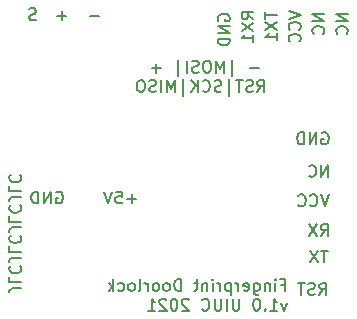
<source format=gbo>
%TF.GenerationSoftware,KiCad,Pcbnew,(5.1.12)-1*%
%TF.CreationDate,2021-12-20T15:12:04-08:00*%
%TF.ProjectId,controlBoard,636f6e74-726f-46c4-926f-6172642e6b69,rev?*%
%TF.SameCoordinates,Original*%
%TF.FileFunction,Legend,Bot*%
%TF.FilePolarity,Positive*%
%FSLAX46Y46*%
G04 Gerber Fmt 4.6, Leading zero omitted, Abs format (unit mm)*
G04 Created by KiCad (PCBNEW (5.1.12)-1) date 2021-12-20 15:12:04*
%MOMM*%
%LPD*%
G01*
G04 APERTURE LIST*
%ADD10C,0.150000*%
%ADD11O,1.300000X1.850000*%
%ADD12O,1.800000X1.800000*%
G04 APERTURE END LIST*
D10*
X142547619Y-97869047D02*
X141833333Y-97869047D01*
X141690476Y-97916666D01*
X141595238Y-98011904D01*
X141547619Y-98154761D01*
X141547619Y-98250000D01*
X141547619Y-96916666D02*
X141547619Y-97392857D01*
X142547619Y-97392857D01*
X141642857Y-96011904D02*
X141595238Y-96059523D01*
X141547619Y-96202380D01*
X141547619Y-96297619D01*
X141595238Y-96440476D01*
X141690476Y-96535714D01*
X141785714Y-96583333D01*
X141976190Y-96630952D01*
X142119047Y-96630952D01*
X142309523Y-96583333D01*
X142404761Y-96535714D01*
X142500000Y-96440476D01*
X142547619Y-96297619D01*
X142547619Y-96202380D01*
X142500000Y-96059523D01*
X142452380Y-96011904D01*
X142547619Y-95297619D02*
X141833333Y-95297619D01*
X141690476Y-95345238D01*
X141595238Y-95440476D01*
X141547619Y-95583333D01*
X141547619Y-95678571D01*
X141547619Y-94345238D02*
X141547619Y-94821428D01*
X142547619Y-94821428D01*
X141642857Y-93440476D02*
X141595238Y-93488095D01*
X141547619Y-93630952D01*
X141547619Y-93726190D01*
X141595238Y-93869047D01*
X141690476Y-93964285D01*
X141785714Y-94011904D01*
X141976190Y-94059523D01*
X142119047Y-94059523D01*
X142309523Y-94011904D01*
X142404761Y-93964285D01*
X142500000Y-93869047D01*
X142547619Y-93726190D01*
X142547619Y-93630952D01*
X142500000Y-93488095D01*
X142452380Y-93440476D01*
X142547619Y-92726190D02*
X141833333Y-92726190D01*
X141690476Y-92773809D01*
X141595238Y-92869047D01*
X141547619Y-93011904D01*
X141547619Y-93107142D01*
X141547619Y-91773809D02*
X141547619Y-92250000D01*
X142547619Y-92250000D01*
X141642857Y-90869047D02*
X141595238Y-90916666D01*
X141547619Y-91059523D01*
X141547619Y-91154761D01*
X141595238Y-91297619D01*
X141690476Y-91392857D01*
X141785714Y-91440476D01*
X141976190Y-91488095D01*
X142119047Y-91488095D01*
X142309523Y-91440476D01*
X142404761Y-91392857D01*
X142500000Y-91297619D01*
X142547619Y-91154761D01*
X142547619Y-91059523D01*
X142500000Y-90916666D01*
X142452380Y-90869047D01*
X142547619Y-90154761D02*
X141833333Y-90154761D01*
X141690476Y-90202380D01*
X141595238Y-90297619D01*
X141547619Y-90440476D01*
X141547619Y-90535714D01*
X141547619Y-89202380D02*
X141547619Y-89678571D01*
X142547619Y-89678571D01*
X141642857Y-88297619D02*
X141595238Y-88345238D01*
X141547619Y-88488095D01*
X141547619Y-88583333D01*
X141595238Y-88726190D01*
X141690476Y-88821428D01*
X141785714Y-88869047D01*
X141976190Y-88916666D01*
X142119047Y-88916666D01*
X142309523Y-88869047D01*
X142404761Y-88821428D01*
X142500000Y-88726190D01*
X142547619Y-88583333D01*
X142547619Y-88488095D01*
X142500000Y-88345238D01*
X142452380Y-88297619D01*
X163202380Y-74511904D02*
X163202380Y-75083333D01*
X164202380Y-74797619D02*
X163202380Y-74797619D01*
X163202380Y-75321428D02*
X164202380Y-75988095D01*
X163202380Y-75988095D02*
X164202380Y-75321428D01*
X164202380Y-76892857D02*
X164202380Y-76321428D01*
X164202380Y-76607142D02*
X163202380Y-76607142D01*
X163345238Y-76511904D01*
X163440476Y-76416666D01*
X163488095Y-76321428D01*
X162202380Y-75107142D02*
X161726190Y-74773809D01*
X162202380Y-74535714D02*
X161202380Y-74535714D01*
X161202380Y-74916666D01*
X161250000Y-75011904D01*
X161297619Y-75059523D01*
X161392857Y-75107142D01*
X161535714Y-75107142D01*
X161630952Y-75059523D01*
X161678571Y-75011904D01*
X161726190Y-74916666D01*
X161726190Y-74535714D01*
X161202380Y-75440476D02*
X162202380Y-76107142D01*
X161202380Y-76107142D02*
X162202380Y-75440476D01*
X162202380Y-77011904D02*
X162202380Y-76440476D01*
X162202380Y-76726190D02*
X161202380Y-76726190D01*
X161345238Y-76630952D01*
X161440476Y-76535714D01*
X161488095Y-76440476D01*
X170202380Y-74714285D02*
X169202380Y-74714285D01*
X170202380Y-75285714D01*
X169202380Y-75285714D01*
X170107142Y-76333333D02*
X170154761Y-76285714D01*
X170202380Y-76142857D01*
X170202380Y-76047619D01*
X170154761Y-75904761D01*
X170059523Y-75809523D01*
X169964285Y-75761904D01*
X169773809Y-75714285D01*
X169630952Y-75714285D01*
X169440476Y-75761904D01*
X169345238Y-75809523D01*
X169250000Y-75904761D01*
X169202380Y-76047619D01*
X169202380Y-76142857D01*
X169250000Y-76285714D01*
X169297619Y-76333333D01*
X168202380Y-74714285D02*
X167202380Y-74714285D01*
X168202380Y-75285714D01*
X167202380Y-75285714D01*
X168107142Y-76333333D02*
X168154761Y-76285714D01*
X168202380Y-76142857D01*
X168202380Y-76047619D01*
X168154761Y-75904761D01*
X168059523Y-75809523D01*
X167964285Y-75761904D01*
X167773809Y-75714285D01*
X167630952Y-75714285D01*
X167440476Y-75761904D01*
X167345238Y-75809523D01*
X167250000Y-75904761D01*
X167202380Y-76047619D01*
X167202380Y-76142857D01*
X167250000Y-76285714D01*
X167297619Y-76333333D01*
X168535714Y-88452380D02*
X168535714Y-87452380D01*
X167964285Y-88452380D01*
X167964285Y-87452380D01*
X166916666Y-88357142D02*
X166964285Y-88404761D01*
X167107142Y-88452380D01*
X167202380Y-88452380D01*
X167345238Y-88404761D01*
X167440476Y-88309523D01*
X167488095Y-88214285D01*
X167535714Y-88023809D01*
X167535714Y-87880952D01*
X167488095Y-87690476D01*
X167440476Y-87595238D01*
X167345238Y-87500000D01*
X167202380Y-87452380D01*
X167107142Y-87452380D01*
X166964285Y-87500000D01*
X166916666Y-87547619D01*
X164581071Y-97603571D02*
X164914404Y-97603571D01*
X164914404Y-98127380D02*
X164914404Y-97127380D01*
X164438214Y-97127380D01*
X164057261Y-98127380D02*
X164057261Y-97460714D01*
X164057261Y-97127380D02*
X164104880Y-97175000D01*
X164057261Y-97222619D01*
X164009642Y-97175000D01*
X164057261Y-97127380D01*
X164057261Y-97222619D01*
X163581071Y-97460714D02*
X163581071Y-98127380D01*
X163581071Y-97555952D02*
X163533452Y-97508333D01*
X163438214Y-97460714D01*
X163295357Y-97460714D01*
X163200119Y-97508333D01*
X163152500Y-97603571D01*
X163152500Y-98127380D01*
X162247738Y-97460714D02*
X162247738Y-98270238D01*
X162295357Y-98365476D01*
X162342976Y-98413095D01*
X162438214Y-98460714D01*
X162581071Y-98460714D01*
X162676309Y-98413095D01*
X162247738Y-98079761D02*
X162342976Y-98127380D01*
X162533452Y-98127380D01*
X162628690Y-98079761D01*
X162676309Y-98032142D01*
X162723928Y-97936904D01*
X162723928Y-97651190D01*
X162676309Y-97555952D01*
X162628690Y-97508333D01*
X162533452Y-97460714D01*
X162342976Y-97460714D01*
X162247738Y-97508333D01*
X161390595Y-98079761D02*
X161485833Y-98127380D01*
X161676309Y-98127380D01*
X161771547Y-98079761D01*
X161819166Y-97984523D01*
X161819166Y-97603571D01*
X161771547Y-97508333D01*
X161676309Y-97460714D01*
X161485833Y-97460714D01*
X161390595Y-97508333D01*
X161342976Y-97603571D01*
X161342976Y-97698809D01*
X161819166Y-97794047D01*
X160914404Y-98127380D02*
X160914404Y-97460714D01*
X160914404Y-97651190D02*
X160866785Y-97555952D01*
X160819166Y-97508333D01*
X160723928Y-97460714D01*
X160628690Y-97460714D01*
X160295357Y-97460714D02*
X160295357Y-98460714D01*
X160295357Y-97508333D02*
X160200119Y-97460714D01*
X160009642Y-97460714D01*
X159914404Y-97508333D01*
X159866785Y-97555952D01*
X159819166Y-97651190D01*
X159819166Y-97936904D01*
X159866785Y-98032142D01*
X159914404Y-98079761D01*
X160009642Y-98127380D01*
X160200119Y-98127380D01*
X160295357Y-98079761D01*
X159390595Y-98127380D02*
X159390595Y-97460714D01*
X159390595Y-97651190D02*
X159342976Y-97555952D01*
X159295357Y-97508333D01*
X159200119Y-97460714D01*
X159104880Y-97460714D01*
X158771547Y-98127380D02*
X158771547Y-97460714D01*
X158771547Y-97127380D02*
X158819166Y-97175000D01*
X158771547Y-97222619D01*
X158723928Y-97175000D01*
X158771547Y-97127380D01*
X158771547Y-97222619D01*
X158295357Y-97460714D02*
X158295357Y-98127380D01*
X158295357Y-97555952D02*
X158247738Y-97508333D01*
X158152500Y-97460714D01*
X158009642Y-97460714D01*
X157914404Y-97508333D01*
X157866785Y-97603571D01*
X157866785Y-98127380D01*
X157533452Y-97460714D02*
X157152500Y-97460714D01*
X157390595Y-97127380D02*
X157390595Y-97984523D01*
X157342976Y-98079761D01*
X157247738Y-98127380D01*
X157152500Y-98127380D01*
X156057261Y-98127380D02*
X156057261Y-97127380D01*
X155819166Y-97127380D01*
X155676309Y-97175000D01*
X155581071Y-97270238D01*
X155533452Y-97365476D01*
X155485833Y-97555952D01*
X155485833Y-97698809D01*
X155533452Y-97889285D01*
X155581071Y-97984523D01*
X155676309Y-98079761D01*
X155819166Y-98127380D01*
X156057261Y-98127380D01*
X154914404Y-98127380D02*
X155009642Y-98079761D01*
X155057261Y-98032142D01*
X155104880Y-97936904D01*
X155104880Y-97651190D01*
X155057261Y-97555952D01*
X155009642Y-97508333D01*
X154914404Y-97460714D01*
X154771547Y-97460714D01*
X154676309Y-97508333D01*
X154628690Y-97555952D01*
X154581071Y-97651190D01*
X154581071Y-97936904D01*
X154628690Y-98032142D01*
X154676309Y-98079761D01*
X154771547Y-98127380D01*
X154914404Y-98127380D01*
X154009642Y-98127380D02*
X154104880Y-98079761D01*
X154152500Y-98032142D01*
X154200119Y-97936904D01*
X154200119Y-97651190D01*
X154152500Y-97555952D01*
X154104880Y-97508333D01*
X154009642Y-97460714D01*
X153866785Y-97460714D01*
X153771547Y-97508333D01*
X153723928Y-97555952D01*
X153676309Y-97651190D01*
X153676309Y-97936904D01*
X153723928Y-98032142D01*
X153771547Y-98079761D01*
X153866785Y-98127380D01*
X154009642Y-98127380D01*
X153247738Y-98127380D02*
X153247738Y-97460714D01*
X153247738Y-97651190D02*
X153200119Y-97555952D01*
X153152500Y-97508333D01*
X153057261Y-97460714D01*
X152962023Y-97460714D01*
X152485833Y-98127380D02*
X152581071Y-98079761D01*
X152628690Y-97984523D01*
X152628690Y-97127380D01*
X151962023Y-98127380D02*
X152057261Y-98079761D01*
X152104880Y-98032142D01*
X152152500Y-97936904D01*
X152152500Y-97651190D01*
X152104880Y-97555952D01*
X152057261Y-97508333D01*
X151962023Y-97460714D01*
X151819166Y-97460714D01*
X151723928Y-97508333D01*
X151676309Y-97555952D01*
X151628690Y-97651190D01*
X151628690Y-97936904D01*
X151676309Y-98032142D01*
X151723928Y-98079761D01*
X151819166Y-98127380D01*
X151962023Y-98127380D01*
X150771547Y-98079761D02*
X150866785Y-98127380D01*
X151057261Y-98127380D01*
X151152500Y-98079761D01*
X151200119Y-98032142D01*
X151247738Y-97936904D01*
X151247738Y-97651190D01*
X151200119Y-97555952D01*
X151152500Y-97508333D01*
X151057261Y-97460714D01*
X150866785Y-97460714D01*
X150771547Y-97508333D01*
X150342976Y-98127380D02*
X150342976Y-97127380D01*
X150247738Y-97746428D02*
X149962023Y-98127380D01*
X149962023Y-97460714D02*
X150342976Y-97841666D01*
X165009642Y-99110714D02*
X164771547Y-99777380D01*
X164533452Y-99110714D01*
X163628690Y-99777380D02*
X164200119Y-99777380D01*
X163914404Y-99777380D02*
X163914404Y-98777380D01*
X164009642Y-98920238D01*
X164104880Y-99015476D01*
X164200119Y-99063095D01*
X163200119Y-99682142D02*
X163152500Y-99729761D01*
X163200119Y-99777380D01*
X163247738Y-99729761D01*
X163200119Y-99682142D01*
X163200119Y-99777380D01*
X162533452Y-98777380D02*
X162438214Y-98777380D01*
X162342976Y-98825000D01*
X162295357Y-98872619D01*
X162247738Y-98967857D01*
X162200119Y-99158333D01*
X162200119Y-99396428D01*
X162247738Y-99586904D01*
X162295357Y-99682142D01*
X162342976Y-99729761D01*
X162438214Y-99777380D01*
X162533452Y-99777380D01*
X162628690Y-99729761D01*
X162676309Y-99682142D01*
X162723928Y-99586904D01*
X162771547Y-99396428D01*
X162771547Y-99158333D01*
X162723928Y-98967857D01*
X162676309Y-98872619D01*
X162628690Y-98825000D01*
X162533452Y-98777380D01*
X161009642Y-98777380D02*
X161009642Y-99586904D01*
X160962023Y-99682142D01*
X160914404Y-99729761D01*
X160819166Y-99777380D01*
X160628690Y-99777380D01*
X160533452Y-99729761D01*
X160485833Y-99682142D01*
X160438214Y-99586904D01*
X160438214Y-98777380D01*
X159962023Y-99777380D02*
X159962023Y-98777380D01*
X159485833Y-98777380D02*
X159485833Y-99586904D01*
X159438214Y-99682142D01*
X159390595Y-99729761D01*
X159295357Y-99777380D01*
X159104880Y-99777380D01*
X159009642Y-99729761D01*
X158962023Y-99682142D01*
X158914404Y-99586904D01*
X158914404Y-98777380D01*
X157866785Y-99682142D02*
X157914404Y-99729761D01*
X158057261Y-99777380D01*
X158152500Y-99777380D01*
X158295357Y-99729761D01*
X158390595Y-99634523D01*
X158438214Y-99539285D01*
X158485833Y-99348809D01*
X158485833Y-99205952D01*
X158438214Y-99015476D01*
X158390595Y-98920238D01*
X158295357Y-98825000D01*
X158152500Y-98777380D01*
X158057261Y-98777380D01*
X157914404Y-98825000D01*
X157866785Y-98872619D01*
X156723928Y-98872619D02*
X156676309Y-98825000D01*
X156581071Y-98777380D01*
X156342976Y-98777380D01*
X156247738Y-98825000D01*
X156200119Y-98872619D01*
X156152500Y-98967857D01*
X156152500Y-99063095D01*
X156200119Y-99205952D01*
X156771547Y-99777380D01*
X156152500Y-99777380D01*
X155533452Y-98777380D02*
X155438214Y-98777380D01*
X155342976Y-98825000D01*
X155295357Y-98872619D01*
X155247738Y-98967857D01*
X155200119Y-99158333D01*
X155200119Y-99396428D01*
X155247738Y-99586904D01*
X155295357Y-99682142D01*
X155342976Y-99729761D01*
X155438214Y-99777380D01*
X155533452Y-99777380D01*
X155628690Y-99729761D01*
X155676309Y-99682142D01*
X155723928Y-99586904D01*
X155771547Y-99396428D01*
X155771547Y-99158333D01*
X155723928Y-98967857D01*
X155676309Y-98872619D01*
X155628690Y-98825000D01*
X155533452Y-98777380D01*
X154819166Y-98872619D02*
X154771547Y-98825000D01*
X154676309Y-98777380D01*
X154438214Y-98777380D01*
X154342976Y-98825000D01*
X154295357Y-98872619D01*
X154247738Y-98967857D01*
X154247738Y-99063095D01*
X154295357Y-99205952D01*
X154866785Y-99777380D01*
X154247738Y-99777380D01*
X153295357Y-99777380D02*
X153866785Y-99777380D01*
X153581071Y-99777380D02*
X153581071Y-98777380D01*
X153676309Y-98920238D01*
X153771547Y-99015476D01*
X153866785Y-99063095D01*
X159250000Y-75238095D02*
X159202380Y-75142857D01*
X159202380Y-75000000D01*
X159250000Y-74857142D01*
X159345238Y-74761904D01*
X159440476Y-74714285D01*
X159630952Y-74666666D01*
X159773809Y-74666666D01*
X159964285Y-74714285D01*
X160059523Y-74761904D01*
X160154761Y-74857142D01*
X160202380Y-75000000D01*
X160202380Y-75095238D01*
X160154761Y-75238095D01*
X160107142Y-75285714D01*
X159773809Y-75285714D01*
X159773809Y-75095238D01*
X160202380Y-75714285D02*
X159202380Y-75714285D01*
X160202380Y-76285714D01*
X159202380Y-76285714D01*
X160202380Y-76761904D02*
X159202380Y-76761904D01*
X159202380Y-77000000D01*
X159250000Y-77142857D01*
X159345238Y-77238095D01*
X159440476Y-77285714D01*
X159630952Y-77333333D01*
X159773809Y-77333333D01*
X159964285Y-77285714D01*
X160059523Y-77238095D01*
X160154761Y-77142857D01*
X160202380Y-77000000D01*
X160202380Y-76761904D01*
X165202380Y-74416666D02*
X166202380Y-74750000D01*
X165202380Y-75083333D01*
X166107142Y-75988095D02*
X166154761Y-75940476D01*
X166202380Y-75797619D01*
X166202380Y-75702380D01*
X166154761Y-75559523D01*
X166059523Y-75464285D01*
X165964285Y-75416666D01*
X165773809Y-75369047D01*
X165630952Y-75369047D01*
X165440476Y-75416666D01*
X165345238Y-75464285D01*
X165250000Y-75559523D01*
X165202380Y-75702380D01*
X165202380Y-75797619D01*
X165250000Y-75940476D01*
X165297619Y-75988095D01*
X166107142Y-76988095D02*
X166154761Y-76940476D01*
X166202380Y-76797619D01*
X166202380Y-76702380D01*
X166154761Y-76559523D01*
X166059523Y-76464285D01*
X165964285Y-76416666D01*
X165773809Y-76369047D01*
X165630952Y-76369047D01*
X165440476Y-76416666D01*
X165345238Y-76464285D01*
X165250000Y-76559523D01*
X165202380Y-76702380D01*
X165202380Y-76797619D01*
X165250000Y-76940476D01*
X165297619Y-76988095D01*
X143785714Y-75154761D02*
X143642857Y-75202380D01*
X143404761Y-75202380D01*
X143309523Y-75154761D01*
X143261904Y-75107142D01*
X143214285Y-75011904D01*
X143214285Y-74916666D01*
X143261904Y-74821428D01*
X143309523Y-74773809D01*
X143404761Y-74726190D01*
X143595238Y-74678571D01*
X143690476Y-74630952D01*
X143738095Y-74583333D01*
X143785714Y-74488095D01*
X143785714Y-74392857D01*
X143738095Y-74297619D01*
X143690476Y-74250000D01*
X143595238Y-74202380D01*
X143357142Y-74202380D01*
X143214285Y-74250000D01*
X146380952Y-74821428D02*
X145619047Y-74821428D01*
X146000000Y-75202380D02*
X146000000Y-74440476D01*
X149130952Y-74821428D02*
X148369047Y-74821428D01*
X145511904Y-89750000D02*
X145607142Y-89702380D01*
X145750000Y-89702380D01*
X145892857Y-89750000D01*
X145988095Y-89845238D01*
X146035714Y-89940476D01*
X146083333Y-90130952D01*
X146083333Y-90273809D01*
X146035714Y-90464285D01*
X145988095Y-90559523D01*
X145892857Y-90654761D01*
X145750000Y-90702380D01*
X145654761Y-90702380D01*
X145511904Y-90654761D01*
X145464285Y-90607142D01*
X145464285Y-90273809D01*
X145654761Y-90273809D01*
X145035714Y-90702380D02*
X145035714Y-89702380D01*
X144464285Y-90702380D01*
X144464285Y-89702380D01*
X143988095Y-90702380D02*
X143988095Y-89702380D01*
X143750000Y-89702380D01*
X143607142Y-89750000D01*
X143511904Y-89845238D01*
X143464285Y-89940476D01*
X143416666Y-90130952D01*
X143416666Y-90273809D01*
X143464285Y-90464285D01*
X143511904Y-90559523D01*
X143607142Y-90654761D01*
X143750000Y-90702380D01*
X143988095Y-90702380D01*
X152285714Y-90321428D02*
X151523809Y-90321428D01*
X151904761Y-90702380D02*
X151904761Y-89940476D01*
X150571428Y-89702380D02*
X151047619Y-89702380D01*
X151095238Y-90178571D01*
X151047619Y-90130952D01*
X150952380Y-90083333D01*
X150714285Y-90083333D01*
X150619047Y-90130952D01*
X150571428Y-90178571D01*
X150523809Y-90273809D01*
X150523809Y-90511904D01*
X150571428Y-90607142D01*
X150619047Y-90654761D01*
X150714285Y-90702380D01*
X150952380Y-90702380D01*
X151047619Y-90654761D01*
X151095238Y-90607142D01*
X150238095Y-89702380D02*
X149904761Y-90702380D01*
X149571428Y-89702380D01*
X168011904Y-84750000D02*
X168107142Y-84702380D01*
X168250000Y-84702380D01*
X168392857Y-84750000D01*
X168488095Y-84845238D01*
X168535714Y-84940476D01*
X168583333Y-85130952D01*
X168583333Y-85273809D01*
X168535714Y-85464285D01*
X168488095Y-85559523D01*
X168392857Y-85654761D01*
X168250000Y-85702380D01*
X168154761Y-85702380D01*
X168011904Y-85654761D01*
X167964285Y-85607142D01*
X167964285Y-85273809D01*
X168154761Y-85273809D01*
X167535714Y-85702380D02*
X167535714Y-84702380D01*
X166964285Y-85702380D01*
X166964285Y-84702380D01*
X166488095Y-85702380D02*
X166488095Y-84702380D01*
X166250000Y-84702380D01*
X166107142Y-84750000D01*
X166011904Y-84845238D01*
X165964285Y-84940476D01*
X165916666Y-85130952D01*
X165916666Y-85273809D01*
X165964285Y-85464285D01*
X166011904Y-85559523D01*
X166107142Y-85654761D01*
X166250000Y-85702380D01*
X166488095Y-85702380D01*
X168583333Y-89952380D02*
X168250000Y-90952380D01*
X167916666Y-89952380D01*
X167011904Y-90857142D02*
X167059523Y-90904761D01*
X167202380Y-90952380D01*
X167297619Y-90952380D01*
X167440476Y-90904761D01*
X167535714Y-90809523D01*
X167583333Y-90714285D01*
X167630952Y-90523809D01*
X167630952Y-90380952D01*
X167583333Y-90190476D01*
X167535714Y-90095238D01*
X167440476Y-90000000D01*
X167297619Y-89952380D01*
X167202380Y-89952380D01*
X167059523Y-90000000D01*
X167011904Y-90047619D01*
X166011904Y-90857142D02*
X166059523Y-90904761D01*
X166202380Y-90952380D01*
X166297619Y-90952380D01*
X166440476Y-90904761D01*
X166535714Y-90809523D01*
X166583333Y-90714285D01*
X166630952Y-90523809D01*
X166630952Y-90380952D01*
X166583333Y-90190476D01*
X166535714Y-90095238D01*
X166440476Y-90000000D01*
X166297619Y-89952380D01*
X166202380Y-89952380D01*
X166059523Y-90000000D01*
X166011904Y-90047619D01*
X167916666Y-93452380D02*
X168250000Y-92976190D01*
X168488095Y-93452380D02*
X168488095Y-92452380D01*
X168107142Y-92452380D01*
X168011904Y-92500000D01*
X167964285Y-92547619D01*
X167916666Y-92642857D01*
X167916666Y-92785714D01*
X167964285Y-92880952D01*
X168011904Y-92928571D01*
X168107142Y-92976190D01*
X168488095Y-92976190D01*
X167583333Y-92452380D02*
X166916666Y-93452380D01*
X166916666Y-92452380D02*
X167583333Y-93452380D01*
X168511904Y-94702380D02*
X167940476Y-94702380D01*
X168226190Y-95702380D02*
X168226190Y-94702380D01*
X167702380Y-94702380D02*
X167035714Y-95702380D01*
X167035714Y-94702380D02*
X167702380Y-95702380D01*
X167797619Y-98452380D02*
X168130952Y-97976190D01*
X168369047Y-98452380D02*
X168369047Y-97452380D01*
X167988095Y-97452380D01*
X167892857Y-97500000D01*
X167845238Y-97547619D01*
X167797619Y-97642857D01*
X167797619Y-97785714D01*
X167845238Y-97880952D01*
X167892857Y-97928571D01*
X167988095Y-97976190D01*
X168369047Y-97976190D01*
X167416666Y-98404761D02*
X167273809Y-98452380D01*
X167035714Y-98452380D01*
X166940476Y-98404761D01*
X166892857Y-98357142D01*
X166845238Y-98261904D01*
X166845238Y-98166666D01*
X166892857Y-98071428D01*
X166940476Y-98023809D01*
X167035714Y-97976190D01*
X167226190Y-97928571D01*
X167321428Y-97880952D01*
X167369047Y-97833333D01*
X167416666Y-97738095D01*
X167416666Y-97642857D01*
X167369047Y-97547619D01*
X167321428Y-97500000D01*
X167226190Y-97452380D01*
X166988095Y-97452380D01*
X166845238Y-97500000D01*
X166559523Y-97452380D02*
X165988095Y-97452380D01*
X166273809Y-98452380D02*
X166273809Y-97452380D01*
X162654761Y-79246428D02*
X161892857Y-79246428D01*
X160416666Y-79960714D02*
X160416666Y-78532142D01*
X159702380Y-79627380D02*
X159702380Y-78627380D01*
X159369047Y-79341666D01*
X159035714Y-78627380D01*
X159035714Y-79627380D01*
X158369047Y-78627380D02*
X158178571Y-78627380D01*
X158083333Y-78675000D01*
X157988095Y-78770238D01*
X157940476Y-78960714D01*
X157940476Y-79294047D01*
X157988095Y-79484523D01*
X158083333Y-79579761D01*
X158178571Y-79627380D01*
X158369047Y-79627380D01*
X158464285Y-79579761D01*
X158559523Y-79484523D01*
X158607142Y-79294047D01*
X158607142Y-78960714D01*
X158559523Y-78770238D01*
X158464285Y-78675000D01*
X158369047Y-78627380D01*
X157559523Y-79579761D02*
X157416666Y-79627380D01*
X157178571Y-79627380D01*
X157083333Y-79579761D01*
X157035714Y-79532142D01*
X156988095Y-79436904D01*
X156988095Y-79341666D01*
X157035714Y-79246428D01*
X157083333Y-79198809D01*
X157178571Y-79151190D01*
X157369047Y-79103571D01*
X157464285Y-79055952D01*
X157511904Y-79008333D01*
X157559523Y-78913095D01*
X157559523Y-78817857D01*
X157511904Y-78722619D01*
X157464285Y-78675000D01*
X157369047Y-78627380D01*
X157130952Y-78627380D01*
X156988095Y-78675000D01*
X156559523Y-79627380D02*
X156559523Y-78627380D01*
X155845238Y-79960714D02*
X155845238Y-78532142D01*
X154369047Y-79246428D02*
X153607142Y-79246428D01*
X153988095Y-79627380D02*
X153988095Y-78865476D01*
X162535714Y-81277380D02*
X162869047Y-80801190D01*
X163107142Y-81277380D02*
X163107142Y-80277380D01*
X162726190Y-80277380D01*
X162630952Y-80325000D01*
X162583333Y-80372619D01*
X162535714Y-80467857D01*
X162535714Y-80610714D01*
X162583333Y-80705952D01*
X162630952Y-80753571D01*
X162726190Y-80801190D01*
X163107142Y-80801190D01*
X162154761Y-81229761D02*
X162011904Y-81277380D01*
X161773809Y-81277380D01*
X161678571Y-81229761D01*
X161630952Y-81182142D01*
X161583333Y-81086904D01*
X161583333Y-80991666D01*
X161630952Y-80896428D01*
X161678571Y-80848809D01*
X161773809Y-80801190D01*
X161964285Y-80753571D01*
X162059523Y-80705952D01*
X162107142Y-80658333D01*
X162154761Y-80563095D01*
X162154761Y-80467857D01*
X162107142Y-80372619D01*
X162059523Y-80325000D01*
X161964285Y-80277380D01*
X161726190Y-80277380D01*
X161583333Y-80325000D01*
X161297619Y-80277380D02*
X160726190Y-80277380D01*
X161011904Y-81277380D02*
X161011904Y-80277380D01*
X160154761Y-81610714D02*
X160154761Y-80182142D01*
X159488095Y-81229761D02*
X159345238Y-81277380D01*
X159107142Y-81277380D01*
X159011904Y-81229761D01*
X158964285Y-81182142D01*
X158916666Y-81086904D01*
X158916666Y-80991666D01*
X158964285Y-80896428D01*
X159011904Y-80848809D01*
X159107142Y-80801190D01*
X159297619Y-80753571D01*
X159392857Y-80705952D01*
X159440476Y-80658333D01*
X159488095Y-80563095D01*
X159488095Y-80467857D01*
X159440476Y-80372619D01*
X159392857Y-80325000D01*
X159297619Y-80277380D01*
X159059523Y-80277380D01*
X158916666Y-80325000D01*
X157916666Y-81182142D02*
X157964285Y-81229761D01*
X158107142Y-81277380D01*
X158202380Y-81277380D01*
X158345238Y-81229761D01*
X158440476Y-81134523D01*
X158488095Y-81039285D01*
X158535714Y-80848809D01*
X158535714Y-80705952D01*
X158488095Y-80515476D01*
X158440476Y-80420238D01*
X158345238Y-80325000D01*
X158202380Y-80277380D01*
X158107142Y-80277380D01*
X157964285Y-80325000D01*
X157916666Y-80372619D01*
X157488095Y-81277380D02*
X157488095Y-80277380D01*
X156916666Y-81277380D02*
X157345238Y-80705952D01*
X156916666Y-80277380D02*
X157488095Y-80848809D01*
X156250000Y-81610714D02*
X156250000Y-80182142D01*
X155535714Y-81277380D02*
X155535714Y-80277380D01*
X155202380Y-80991666D01*
X154869047Y-80277380D01*
X154869047Y-81277380D01*
X154392857Y-81277380D02*
X154392857Y-80277380D01*
X153964285Y-81229761D02*
X153821428Y-81277380D01*
X153583333Y-81277380D01*
X153488095Y-81229761D01*
X153440476Y-81182142D01*
X153392857Y-81086904D01*
X153392857Y-80991666D01*
X153440476Y-80896428D01*
X153488095Y-80848809D01*
X153583333Y-80801190D01*
X153773809Y-80753571D01*
X153869047Y-80705952D01*
X153916666Y-80658333D01*
X153964285Y-80563095D01*
X153964285Y-80467857D01*
X153916666Y-80372619D01*
X153869047Y-80325000D01*
X153773809Y-80277380D01*
X153535714Y-80277380D01*
X153392857Y-80325000D01*
X152773809Y-80277380D02*
X152583333Y-80277380D01*
X152488095Y-80325000D01*
X152392857Y-80420238D01*
X152345238Y-80610714D01*
X152345238Y-80944047D01*
X152392857Y-81134523D01*
X152488095Y-81229761D01*
X152583333Y-81277380D01*
X152773809Y-81277380D01*
X152869047Y-81229761D01*
X152964285Y-81134523D01*
X153011904Y-80944047D01*
X153011904Y-80610714D01*
X152964285Y-80420238D01*
X152869047Y-80325000D01*
X152773809Y-80277380D01*
%LPC*%
D11*
X159750000Y-73250000D03*
X161750000Y-73250000D03*
X163750000Y-73250000D03*
X165750000Y-73250000D03*
X167750000Y-73250000D03*
G36*
G01*
X170400000Y-72595832D02*
X170400000Y-73904168D01*
G75*
G02*
X170129168Y-74175000I-270832J0D01*
G01*
X169370832Y-74175000D01*
G75*
G02*
X169100000Y-73904168I0J270832D01*
G01*
X169100000Y-72595832D01*
G75*
G02*
X169370832Y-72325000I270832J0D01*
G01*
X170129168Y-72325000D01*
G75*
G02*
X170400000Y-72595832I0J-270832D01*
G01*
G37*
D12*
X170250000Y-97950000D03*
X170250000Y-95410000D03*
X170250000Y-92870000D03*
X170250000Y-90330000D03*
X170250000Y-87790000D03*
G36*
G01*
X169350000Y-86100000D02*
X169350000Y-84400000D01*
G75*
G02*
X169400000Y-84350000I50000J0D01*
G01*
X171100000Y-84350000D01*
G75*
G02*
X171150000Y-84400000I0J-50000D01*
G01*
X171150000Y-86100000D01*
G75*
G02*
X171100000Y-86150000I-50000J0D01*
G01*
X169400000Y-86150000D01*
G75*
G02*
X169350000Y-86100000I0J50000D01*
G01*
G37*
G36*
G01*
X145950000Y-98600000D02*
X145950000Y-96800000D01*
G75*
G02*
X146850000Y-95900000I900000J0D01*
G01*
X148650000Y-95900000D01*
G75*
G02*
X149550000Y-96800000I0J-900000D01*
G01*
X149550000Y-98600000D01*
G75*
G02*
X148650000Y-99500000I-900000J0D01*
G01*
X146850000Y-99500000D01*
G75*
G02*
X145950000Y-98600000I0J900000D01*
G01*
G37*
G36*
G01*
X143200000Y-94025000D02*
X143200000Y-91975000D01*
G75*
G02*
X143975000Y-91200000I775000J0D01*
G01*
X145525000Y-91200000D01*
G75*
G02*
X146300000Y-91975000I0J-775000D01*
G01*
X146300000Y-94025000D01*
G75*
G02*
X145525000Y-94800000I-775000J0D01*
G01*
X143975000Y-94800000D01*
G75*
G02*
X143200000Y-94025000I0J775000D01*
G01*
G37*
G36*
G01*
X148950000Y-94750000D02*
X148950000Y-91250000D01*
G75*
G02*
X149000000Y-91200000I50000J0D01*
G01*
X152500000Y-91200000D01*
G75*
G02*
X152550000Y-91250000I0J-50000D01*
G01*
X152550000Y-94750000D01*
G75*
G02*
X152500000Y-94800000I-50000J0D01*
G01*
X149000000Y-94800000D01*
G75*
G02*
X148950000Y-94750000I0J50000D01*
G01*
G37*
X170346200Y-78084000D03*
X170346200Y-80624000D03*
X167806200Y-78084000D03*
X167806200Y-80624000D03*
X165266200Y-78084000D03*
G36*
G01*
X166116200Y-81524000D02*
X164416200Y-81524000D01*
G75*
G02*
X164366200Y-81474000I0J50000D01*
G01*
X164366200Y-79774000D01*
G75*
G02*
X164416200Y-79724000I50000J0D01*
G01*
X166116200Y-79724000D01*
G75*
G02*
X166166200Y-79774000I0J-50000D01*
G01*
X166166200Y-81474000D01*
G75*
G02*
X166116200Y-81524000I-50000J0D01*
G01*
G37*
X148680000Y-72851600D03*
X146140000Y-72851600D03*
G36*
G01*
X144450000Y-73751600D02*
X142750000Y-73751600D01*
G75*
G02*
X142700000Y-73701600I0J50000D01*
G01*
X142700000Y-72001600D01*
G75*
G02*
X142750000Y-71951600I50000J0D01*
G01*
X144450000Y-71951600D01*
G75*
G02*
X144500000Y-72001600I0J-50000D01*
G01*
X144500000Y-73701600D01*
G75*
G02*
X144450000Y-73751600I-50000J0D01*
G01*
G37*
M02*

</source>
